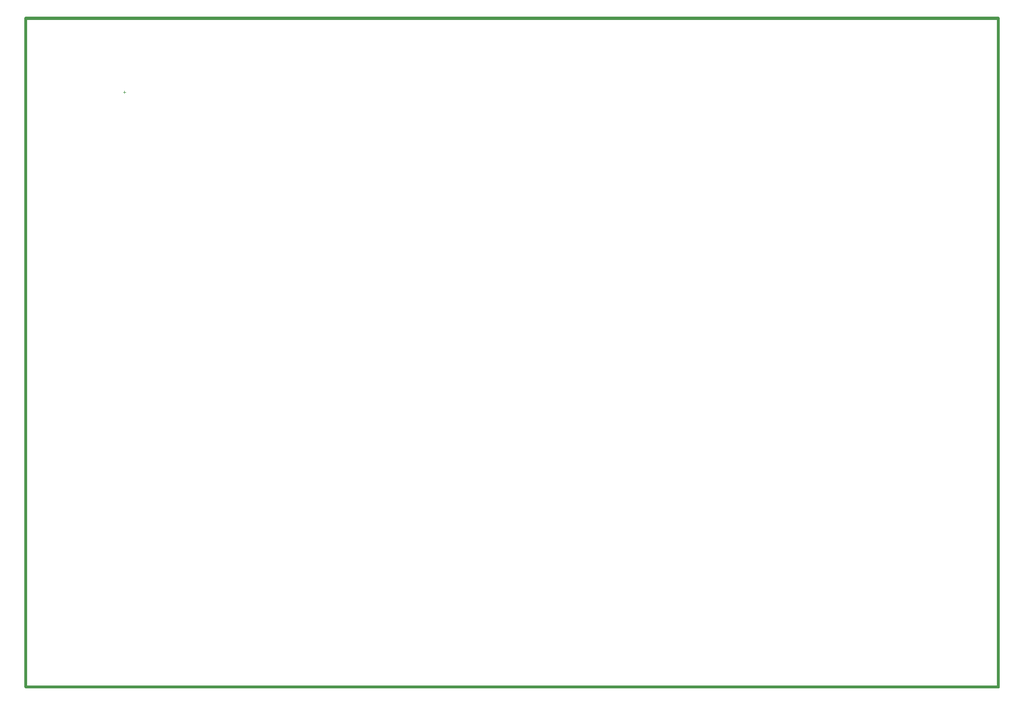
<source format=gm1>
G04*
G04 #@! TF.GenerationSoftware,Altium Limited,Altium Designer,20.0.13 (296)*
G04*
G04 Layer_Color=16711935*
%FSTAX24Y24*%
%MOIN*%
G70*
G01*
G75*
%ADD16C,0.0150*%
%ADD18C,0.0039*%
%ADD83C,0.0200*%
%ADD120C,0.0197*%
%ADD121C,0.0005*%
D16*
X00205Y0327D02*
Y0796D01*
X07015D01*
Y0327D02*
Y0796D01*
X00205Y0327D02*
X07015D01*
D18*
X00895Y074321D02*
Y074479D01*
X008871Y0744D02*
X009029D01*
D83*
X00205Y0327D02*
Y0796D01*
X07015D01*
Y0327D02*
Y0796D01*
X00205Y0327D02*
X07015D01*
D120*
X00205D02*
Y07955D01*
X07015D01*
Y0327D02*
Y07955D01*
X00205Y0327D02*
X07015D01*
D121*
X070139Y033822D02*
Y07831D01*
X002029Y033822D02*
Y07831D01*
M02*

</source>
